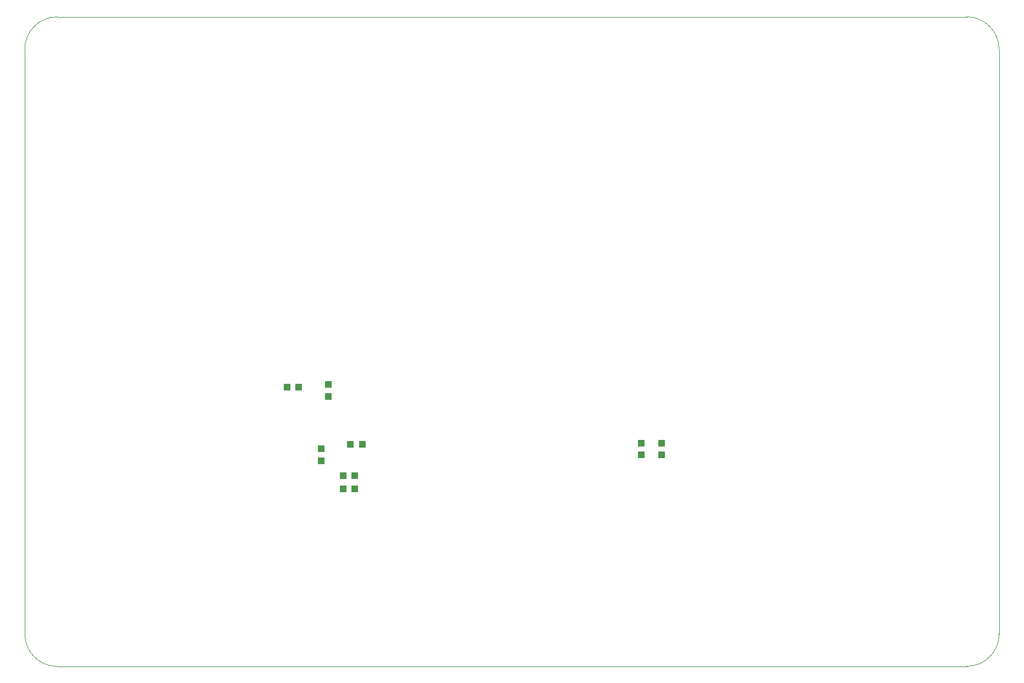
<source format=gbp>
G04 Layer_Color=128*
%FSLAX44Y44*%
%MOMM*%
G71*
G01*
G75*
%ADD17R,1.1000X1.1000*%
%ADD19R,1.1000X1.1000*%
%ADD63C,0.1000*%
D17*
X948690Y-674480D02*
D03*
Y-656480D02*
D03*
X980440Y-674480D02*
D03*
Y-656480D02*
D03*
X455930Y-665370D02*
D03*
Y-683370D02*
D03*
X467360Y-566310D02*
D03*
Y-584310D02*
D03*
D19*
X519540Y-657860D02*
D03*
X501540D02*
D03*
X421750Y-570230D02*
D03*
X403750D02*
D03*
X508110Y-726440D02*
D03*
X490110D02*
D03*
X508110Y-706120D02*
D03*
X490110D02*
D03*
D63*
X1450128Y-999960D02*
G03*
X1500128Y-949960I0J50000D01*
G01*
X1499960Y-49872D02*
G03*
X1449960Y127I-50000J0D01*
G01*
X49872Y-40D02*
G03*
X-127Y-50040I0J-50000D01*
G01*
X40Y-950127D02*
G03*
X50040Y-1000127I50000J0D01*
G01*
X50000Y0D02*
X1450000D01*
X0Y-950000D02*
Y-50000D01*
X50000Y-1000000D02*
X1450000D01*
X1500000Y-950000D02*
Y-50000D01*
M02*

</source>
